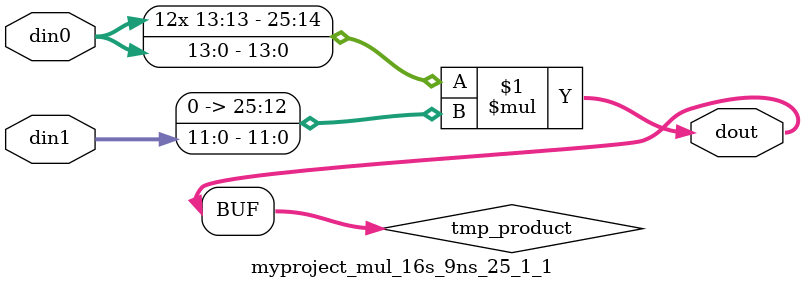
<source format=v>

`timescale 1 ns / 1 ps

 module myproject_mul_16s_9ns_25_1_1(din0, din1, dout);
parameter ID = 1;
parameter NUM_STAGE = 0;
parameter din0_WIDTH = 14;
parameter din1_WIDTH = 12;
parameter dout_WIDTH = 26;

input [din0_WIDTH - 1 : 0] din0; 
input [din1_WIDTH - 1 : 0] din1; 
output [dout_WIDTH - 1 : 0] dout;

wire signed [dout_WIDTH - 1 : 0] tmp_product;


























assign tmp_product = $signed(din0) * $signed({1'b0, din1});









assign dout = tmp_product;





















endmodule

</source>
